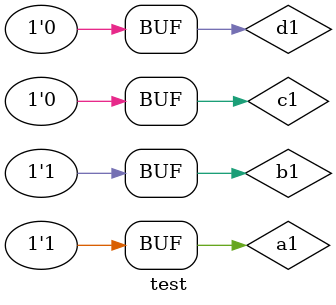
<source format=v>
module BCD2Ex3(a,b,c,d,w,x,y,z);
         input a,b,c,d;
         output w,x,y,z;
          assign w= (a&b) | (a&c&d);
          assign x=(~b&~c)|(~b&~d)|(b&c&d);
          assign y= (~c^d)|(c&~d);
          assign z=~d;
endmodule
module test;
      reg a1,b1,c1,d1;
      wire w1, x1, y1, z1;
      BCD2Ex3 objt(a1,b1,c1,d1,w1,x1,y1,z1);
      initial
      begin
        //$dumpfile("dump1.vcd");
        //$dumpvars(0,test);
        $display("a\tb\tc\td\tw\tx\ty\tz");
        $monitor("%b\t%b\t%b\t%b\t%b\t%b\t%b\t%b",a1,b1,c1,d1,w1,x1,y1,z1);
       a1=0; b1=0; c1=1;d1=1;
       #10 a1=0; b1=1; c1=0;d1=0;
       #10 a1=0; b1=1; c1=0;d1=1;
       #10 a1=0; b1=1; c1=1;d1=0;
       #10 a1=0; b1=1; c1=1;d1=1;
       #10 a1=1; b1=0; c1=0;d1=0;
       #10 a1=1; b1=0; c1=0;d1=1;
       #10 a1=1; b1=0; c1=1;d1=0;
       #10 a1=1; b1=0; c1=1;d1=1;
       #10 a1=1; b1=1; c1=0;d1=0;
    //#10 a1=1'b1; b1=1’b0;
     end
endmodule



</source>
